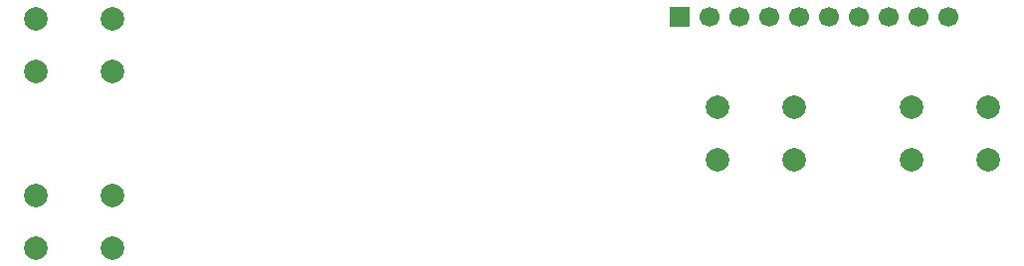
<source format=gbr>
%TF.GenerationSoftware,KiCad,Pcbnew,9.0.1*%
%TF.CreationDate,2025-07-14T13:59:50-05:00*%
%TF.ProjectId,Cardbot Controller,43617264-626f-4742-9043-6f6e74726f6c,rev?*%
%TF.SameCoordinates,Original*%
%TF.FileFunction,Soldermask,Bot*%
%TF.FilePolarity,Negative*%
%FSLAX46Y46*%
G04 Gerber Fmt 4.6, Leading zero omitted, Abs format (unit mm)*
G04 Created by KiCad (PCBNEW 9.0.1) date 2025-07-14 13:59:50*
%MOMM*%
%LPD*%
G01*
G04 APERTURE LIST*
%ADD10C,2.000000*%
%ADD11R,1.700000X1.700000*%
%ADD12C,1.700000*%
G04 APERTURE END LIST*
D10*
%TO.C,SW1*%
X101750000Y-56678000D03*
X108250000Y-56678000D03*
X101750000Y-61178000D03*
X108250000Y-61178000D03*
%TD*%
D11*
%TO.C,J1*%
X156500000Y-56500000D03*
D12*
X159040000Y-56500000D03*
X161580000Y-56500000D03*
X164120000Y-56500000D03*
X166660000Y-56500000D03*
X169200000Y-56500000D03*
X171740000Y-56500000D03*
X174280000Y-56500000D03*
X176820000Y-56500000D03*
X179360000Y-56500000D03*
%TD*%
D10*
%TO.C,SW4*%
X176250000Y-64250000D03*
X182750000Y-64250000D03*
X176250000Y-68750000D03*
X182750000Y-68750000D03*
%TD*%
%TO.C,SW3*%
X159750000Y-64250000D03*
X166250000Y-64250000D03*
X159750000Y-68750000D03*
X166250000Y-68750000D03*
%TD*%
%TO.C,SW2*%
X101750000Y-71750000D03*
X108250000Y-71750000D03*
X101750000Y-76250000D03*
X108250000Y-76250000D03*
%TD*%
M02*

</source>
